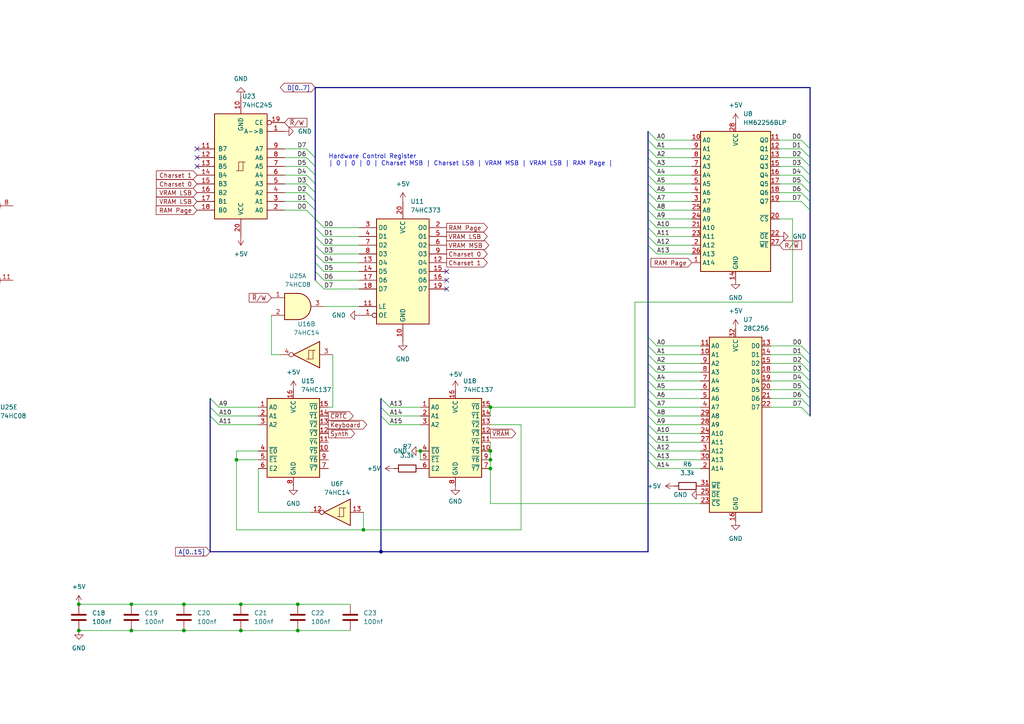
<source format=kicad_sch>
(kicad_sch (version 20231120) (generator "eeschema") (generator_version "8.0")
  (paper "A4")
  (title_block (title "ʕ·ᴥ·ʔ-memory"))
  (lib_symbols
    (symbol "74xx:74HC08"
      (property "Reference" "U" (at 0 1.27 0))
      (property "Value" "74HC08" (at 0 0 0))
      (symbol "74HC08_1_1"
        (polyline (pts (xy 1.27 3.81) (xy -2.54 3.81) (xy -2.54 -3.81) (xy 1.27 -3.81)) (stroke (width 0.254)) (fill (type background)))
        (arc (start 1.27 -3.81) (mid 5.0634 0) (end 1.27 3.81) (stroke (width 0.254)) (fill (type background)))
        (pin input line (at -6.35 2.54 0) (length 3.81) (name "~") (number "1"))
        (pin input line (at -6.35 -2.54 0) (length 3.81) (name "~") (number "2"))
        (pin output line (at 8.89 0 180) (length 3.81) (name "~") (number "3"))
      )
      (symbol "74HC08_2_1"
        (polyline (pts (xy 1.27 3.81) (xy -2.54 3.81) (xy -2.54 -3.81) (xy 1.27 -3.81)) (stroke (width 0.254)) (fill (type background)))
        (arc (start 1.27 -3.81) (mid 5.0634 0) (end 1.27 3.81) (stroke (width 0.254)) (fill (type background)))
        (pin input line (at -6.35 -2.54 0) (length 3.81) (name "~") (number "4"))
        (pin input line (at -6.35 2.54 0) (length 3.81) (name "~") (number "5"))
        (pin output line (at 8.89 0 180) (length 3.81) (name "~") (number "6"))
      )
      (symbol "74HC08_3_1"
        (polyline (pts (xy 1.27 3.81) (xy -2.54 3.81) (xy -2.54 -3.81) (xy 1.27 -3.81)) (stroke (width 0.254)) (fill (type background)))
        (arc (start 1.27 -3.81) (mid 5.0634 0) (end 1.27 3.81) (stroke (width 0.254)) (fill (type background)))
        (pin input line (at -6.35 2.54 0) (length 3.81) (name "~") (number "10"))
        (pin output line (at 8.89 0 180) (length 3.81) (name "~") (number "8"))
        (pin input line (at -6.35 -2.54 0) (length 3.81) (name "~") (number "9"))
      )
      (symbol "74HC08_4_1"
        (polyline (pts (xy 1.27 3.81) (xy -2.54 3.81) (xy -2.54 -3.81) (xy 1.27 -3.81)) (stroke (width 0.254)) (fill (type background)))
        (arc (start 1.27 -3.81) (mid 5.0634 0) (end 1.27 3.81) (stroke (width 0.254)) (fill (type background)))
        (pin output line (at 8.89 0 180) (length 3.81) (name "~") (number "11"))
        (pin input line (at -6.35 2.54 0) (length 3.81) (name "~") (number "12"))
        (pin input line (at -6.35 -2.54 0) (length 3.81) (name "~") (number "13"))
      )
      (symbol "74HC08_5_0"
        (pin power_in line (at 0 12.7 270) (length 5.08) (name "VCC") (number "14"))
        (pin power_in line (at 0 -12.7 90) (length 5.08) (name "GND") (number "7"))
      )
      (symbol "74HC08_5_1"
        (rectangle (start -5.08 7.62) (end 5.08 -7.62) (stroke (width 0.254)) (fill (type background)))
      )
    )
    (symbol "74xx:74HC138"
      (property "Reference" "U" (at -7.62 13.97 0))
      (property "Value" "74HC138" (at 2.54 -11.43 0))
      (symbol "74HC138_0_1"
        (rectangle (start -7.62 12.7) (end 7.62 -10.16) (stroke (width 0.254)) (fill (type background)))
      )
      (symbol "74HC138_1_1"
        (pin input line (at -10.16 10.16 0) (length 2.54) (name "A0") (number "1"))
        (pin output line (at 10.16 -2.54 180) (length 2.54) (name "~{Y5}") (number "10"))
        (pin output line (at 10.16 0 180) (length 2.54) (name "~{Y4}") (number "11"))
        (pin output line (at 10.16 2.54 180) (length 2.54) (name "~{Y3}") (number "12"))
        (pin output line (at 10.16 5.08 180) (length 2.54) (name "~{Y2}") (number "13"))
        (pin output line (at 10.16 7.62 180) (length 2.54) (name "~{Y1}") (number "14"))
        (pin output line (at 10.16 10.16 180) (length 2.54) (name "~{Y0}") (number "15"))
        (pin power_in line (at 0 15.24 270) (length 2.54) (name "VCC") (number "16"))
        (pin input line (at -10.16 7.62 0) (length 2.54) (name "A1") (number "2"))
        (pin input line (at -10.16 5.08 0) (length 2.54) (name "A2") (number "3"))
        (pin input line (at -10.16 -2.54 0) (length 2.54) (name "~{E0}") (number "4"))
        (pin input line (at -10.16 -5.08 0) (length 2.54) (name "~{E1}") (number "5"))
        (pin input line (at -10.16 -7.62 0) (length 2.54) (name "E2") (number "6"))
        (pin output line (at 10.16 -7.62 180) (length 2.54) (name "~{Y7}") (number "7"))
        (pin power_in line (at 0 -12.7 90) (length 2.54) (name "GND") (number "8"))
        (pin output line (at 10.16 -5.08 180) (length 2.54) (name "~{Y6}") (number "9"))
      )
    )
    (symbol "74xx:74HC14" (pin_names (offset 1.016))
      (property "Reference" "U" (at 0 1.27 0))
      (property "Value" "74HC14" (at 0 -1.27 0))
      (symbol "74HC14_1_0"
        (polyline (pts (xy -3.81 3.81) (xy -3.81 -3.81) (xy 3.81 0) (xy -3.81 3.81)) (stroke (width 0.254)) (fill (type background)))
        (pin input line (at -7.62 0 0) (length 3.81) (name "~") (number "1"))
        (pin output inverted (at 7.62 0 180) (length 3.81) (name "~") (number "2"))
      )
      (symbol "74HC14_1_1"
        (polyline (pts (xy -1.905 -1.27) (xy -1.905 1.27) (xy -0.635 1.27)))
        (polyline (pts (xy -2.54 -1.27) (xy -0.635 -1.27) (xy -0.635 1.27) (xy 0 1.27)))
      )
      (symbol "74HC14_2_0"
        (polyline (pts (xy -3.81 3.81) (xy -3.81 -3.81) (xy 3.81 0) (xy -3.81 3.81)) (stroke (width 0.254)) (fill (type background)))
        (pin input line (at -7.62 0 0) (length 3.81) (name "~") (number "3"))
        (pin output inverted (at 7.62 0 180) (length 3.81) (name "~") (number "4"))
      )
      (symbol "74HC14_2_1"
        (polyline (pts (xy -1.905 -1.27) (xy -1.905 1.27) (xy -0.635 1.27)))
        (polyline (pts (xy -2.54 -1.27) (xy -0.635 -1.27) (xy -0.635 1.27) (xy 0 1.27)))
      )
      (symbol "74HC14_3_0"
        (polyline (pts (xy -3.81 3.81) (xy -3.81 -3.81) (xy 3.81 0) (xy -3.81 3.81)) (stroke (width 0.254)) (fill (type background)))
        (pin input line (at -7.62 0 0) (length 3.81) (name "~") (number "5"))
        (pin output inverted (at 7.62 0 180) (length 3.81) (name "~") (number "6"))
      )
      (symbol "74HC14_3_1"
        (polyline (pts (xy -1.905 -1.27) (xy -1.905 1.27) (xy -0.635 1.27)))
        (polyline (pts (xy -2.54 -1.27) (xy -0.635 -1.27) (xy -0.635 1.27) (xy 0 1.27)))
      )
      (symbol "74HC14_4_0"
        (polyline (pts (xy -3.81 3.81) (xy -3.81 -3.81) (xy 3.81 0) (xy -3.81 3.81)) (stroke (width 0.254)) (fill (type background)))
        (pin output inverted (at 7.62 0 180) (length 3.81) (name "~") (number "8"))
        (pin input line (at -7.62 0 0) (length 3.81) (name "~") (number "9"))
      )
      (symbol "74HC14_4_1"
        (polyline (pts (xy -1.905 -1.27) (xy -1.905 1.27) (xy -0.635 1.27)))
        (polyline (pts (xy -2.54 -1.27) (xy -0.635 -1.27) (xy -0.635 1.27) (xy 0 1.27)))
      )
      (symbol "74HC14_5_0"
        (polyline (pts (xy -3.81 3.81) (xy -3.81 -3.81) (xy 3.81 0) (xy -3.81 3.81)) (stroke (width 0.254)) (fill (type background)))
        (pin output inverted (at 7.62 0 180) (length 3.81) (name "~") (number "10"))
        (pin input line (at -7.62 0 0) (length 3.81) (name "~") (number "11"))
      )
      (symbol "74HC14_5_1"
        (polyline (pts (xy -1.905 -1.27) (xy -1.905 1.27) (xy -0.635 1.27)))
        (polyline (pts (xy -2.54 -1.27) (xy -0.635 -1.27) (xy -0.635 1.27) (xy 0 1.27)))
      )
      (symbol "74HC14_6_0"
        (polyline (pts (xy -3.81 3.81) (xy -3.81 -3.81) (xy 3.81 0) (xy -3.81 3.81)) (stroke (width 0.254)) (fill (type background)))
        (pin output inverted (at 7.62 0 180) (length 3.81) (name "~") (number "12"))
        (pin input line (at -7.62 0 0) (length 3.81) (name "~") (number "13"))
      )
      (symbol "74HC14_6_1"
        (polyline (pts (xy -1.905 -1.27) (xy -1.905 1.27) (xy -0.635 1.27)))
        (polyline (pts (xy -2.54 -1.27) (xy -0.635 -1.27) (xy -0.635 1.27) (xy 0 1.27)))
      )
      (symbol "74HC14_7_0"
        (pin power_in line (at 0 12.7 270) (length 5.08) (name "VCC") (number "14"))
        (pin power_in line (at 0 -12.7 90) (length 5.08) (name "GND") (number "7"))
      )
      (symbol "74HC14_7_1"
        (rectangle (start -5.08 7.62) (end 5.08 -7.62) (stroke (width 0.254)) (fill (type background)))
      )
    )
    (symbol "74xx:74HC245" (pin_names (offset 1.016))
      (property "Reference" "U" (at -7.62 16.51 0))
      (property "Value" "74HC245" (at -7.62 -16.51 0))
      (symbol "74HC245_1_0"
        (polyline (pts (xy -0.635 -1.27) (xy -0.635 1.27) (xy 0.635 1.27)))
        (polyline (pts (xy -1.27 -1.27) (xy 0.635 -1.27) (xy 0.635 1.27) (xy 1.27 1.27)))
        (pin input line (at -12.7 -10.16 0) (length 5.08) (name "A->B") (number "1"))
        (pin power_in line (at 0 -20.32 90) (length 5.08) (name "GND") (number "10"))
        (pin tri_state line (at 12.7 -5.08 180) (length 5.08) (name "B7") (number "11"))
        (pin tri_state line (at 12.7 -2.54 180) (length 5.08) (name "B6") (number "12"))
        (pin tri_state line (at 12.7 0 180) (length 5.08) (name "B5") (number "13"))
        (pin tri_state line (at 12.7 2.54 180) (length 5.08) (name "B4") (number "14"))
        (pin tri_state line (at 12.7 5.08 180) (length 5.08) (name "B3") (number "15"))
        (pin tri_state line (at 12.7 7.62 180) (length 5.08) (name "B2") (number "16"))
        (pin tri_state line (at 12.7 10.16 180) (length 5.08) (name "B1") (number "17"))
        (pin tri_state line (at 12.7 12.7 180) (length 5.08) (name "B0") (number "18"))
        (pin input inverted (at -12.7 -12.7 0) (length 5.08) (name "CE") (number "19"))
        (pin tri_state line (at -12.7 12.7 0) (length 5.08) (name "A0") (number "2"))
        (pin power_in line (at 0 20.32 270) (length 5.08) (name "VCC") (number "20"))
        (pin tri_state line (at -12.7 10.16 0) (length 5.08) (name "A1") (number "3"))
        (pin tri_state line (at -12.7 7.62 0) (length 5.08) (name "A2") (number "4"))
        (pin tri_state line (at -12.7 5.08 0) (length 5.08) (name "A3") (number "5"))
        (pin tri_state line (at -12.7 2.54 0) (length 5.08) (name "A4") (number "6"))
        (pin tri_state line (at -12.7 0 0) (length 5.08) (name "A5") (number "7"))
        (pin tri_state line (at -12.7 -2.54 0) (length 5.08) (name "A6") (number "8"))
        (pin tri_state line (at -12.7 -5.08 0) (length 5.08) (name "A7") (number "9"))
      )
      (symbol "74HC245_1_1"
        (rectangle (start -7.62 15.24) (end 7.62 -15.24) (stroke (width 0.254)) (fill (type background)))
      )
    )
    (symbol "74xx:74HC373"
      (property "Reference" "U" (at -7.62 16.51 0))
      (property "Value" "74HC373" (at -7.62 -16.51 0))
      (symbol "74HC373_1_0"
        (pin input inverted (at -12.7 -12.7 0) (length 5.08) (name "OE") (number "1"))
        (pin power_in line (at 0 -20.32 90) (length 5.08) (name "GND") (number "10"))
        (pin input line (at -12.7 -10.16 0) (length 5.08) (name "LE") (number "11"))
        (pin tri_state line (at 12.7 2.54 180) (length 5.08) (name "O4") (number "12"))
        (pin input line (at -12.7 2.54 0) (length 5.08) (name "D4") (number "13"))
        (pin input line (at -12.7 0 0) (length 5.08) (name "D5") (number "14"))
        (pin tri_state line (at 12.7 0 180) (length 5.08) (name "O5") (number "15"))
        (pin tri_state line (at 12.7 -2.54 180) (length 5.08) (name "O6") (number "16"))
        (pin input line (at -12.7 -2.54 0) (length 5.08) (name "D6") (number "17"))
        (pin input line (at -12.7 -5.08 0) (length 5.08) (name "D7") (number "18"))
        (pin tri_state line (at 12.7 -5.08 180) (length 5.08) (name "O7") (number "19"))
        (pin tri_state line (at 12.7 12.7 180) (length 5.08) (name "O0") (number "2"))
        (pin power_in line (at 0 20.32 270) (length 5.08) (name "VCC") (number "20"))
        (pin input line (at -12.7 12.7 0) (length 5.08) (name "D0") (number "3"))
        (pin input line (at -12.7 10.16 0) (length 5.08) (name "D1") (number "4"))
        (pin tri_state line (at 12.7 10.16 180) (length 5.08) (name "O1") (number "5"))
        (pin tri_state line (at 12.7 7.62 180) (length 5.08) (name "O2") (number "6"))
        (pin input line (at -12.7 7.62 0) (length 5.08) (name "D2") (number "7"))
        (pin input line (at -12.7 5.08 0) (length 5.08) (name "D3") (number "8"))
        (pin tri_state line (at 12.7 5.08 180) (length 5.08) (name "O3") (number "9"))
      )
      (symbol "74HC373_1_1"
        (rectangle (start -7.62 15.24) (end 7.62 -15.24) (stroke (width 0.254)) (fill (type background)))
      )
    )
    (symbol "Device:C" (pin_numbers hide) (pin_names (offset 0.254))
      (property "Reference" "C" (at 0.635 2.54 0))
      (property "Value" "C" (at 0.635 -2.54 0))
      (symbol "C_0_1"
        (polyline (pts (xy -2.032 -0.762) (xy 2.032 -0.762)) (stroke (width 0.508)))
        (polyline (pts (xy -2.032 0.762) (xy 2.032 0.762)) (stroke (width 0.508)))
      )
      (symbol "C_1_1"
        (pin passive line (at 0 3.81 270) (length 2.794) (name "~") (number "1"))
        (pin passive line (at 0 -3.81 90) (length 2.794) (name "~") (number "2"))
      )
    )
    (symbol "Memory_EEPROM:28C256lcc"
      (property "Reference" "U3" (at 2.1941 30.48 0))
      (property "Value" "28C256" (at 2.1941 27.94 0))
      (symbol "28C256lcc_1_1"
        (rectangle (start -7.62 25.4) (end 7.62 -25.4) (stroke (width 0.254)) (fill (type background)))
        (pin input line (at -10.16 20.32 0) (length 2.54) (name "A1") (number "10"))
        (pin input line (at -10.16 22.86 0) (length 2.54) (name "A0") (number "11"))
        (pin tri_state line (at 10.16 22.86 180) (length 2.54) (name "D0") (number "13"))
        (pin tri_state line (at 10.16 20.32 180) (length 2.54) (name "D1") (number "14"))
        (pin tri_state line (at 10.16 17.78 180) (length 2.54) (name "D2") (number "15"))
        (pin power_in line (at 0 -27.94 90) (length 2.54) (name "GND") (number "16"))
        (pin tri_state line (at 10.16 15.24 180) (length 2.54) (name "D3") (number "18"))
        (pin tri_state line (at 10.16 12.7 180) (length 2.54) (name "D4") (number "19"))
        (pin input line (at -10.16 -12.7 0) (length 2.54) (name "A14") (number "2"))
        (pin tri_state line (at 10.16 10.16 180) (length 2.54) (name "D5") (number "20"))
        (pin tri_state line (at 10.16 7.62 180) (length 2.54) (name "D6") (number "21"))
        (pin tri_state line (at 10.16 5.08 180) (length 2.54) (name "D7") (number "22"))
        (pin input line (at -10.16 -22.86 0) (length 2.54) (name "~{CS}") (number "23"))
        (pin input line (at -10.16 -2.54 0) (length 2.54) (name "A10") (number "24"))
        (pin input line (at -10.16 -20.32 0) (length 2.54) (name "~{OE}") (number "25"))
        (pin input line (at -10.16 -5.08 0) (length 2.54) (name "A11") (number "27"))
        (pin input line (at -10.16 0 0) (length 2.54) (name "A9") (number "28"))
        (pin input line (at -10.16 2.54 0) (length 2.54) (name "A8") (number "29"))
        (pin input line (at -10.16 -7.62 0) (length 2.54) (name "A12") (number "3"))
        (pin input line (at -10.16 -10.16 0) (length 2.54) (name "A13") (number "30"))
        (pin input line (at -10.16 -17.78 0) (length 2.54) (name "~{WE}") (number "31"))
        (pin power_in line (at 0 27.94 270) (length 2.54) (name "VCC") (number "32"))
        (pin input line (at -10.16 5.08 0) (length 2.54) (name "A7") (number "4"))
        (pin input line (at -10.16 7.62 0) (length 2.54) (name "A6") (number "5"))
        (pin input line (at -10.16 10.16 0) (length 2.54) (name "A5") (number "6"))
        (pin input line (at -10.16 12.7 0) (length 2.54) (name "A4") (number "7"))
        (pin input line (at -10.16 15.24 0) (length 2.54) (name "A3") (number "8"))
        (pin input line (at -10.16 17.78 0) (length 2.54) (name "A2") (number "9"))
      )
    )
    (symbol "Memory_RAM:HM62256BLP"
      (property "Reference" "U" (at -10.16 20.955 0))
      (property "Value" "HM62256BLP" (at 2.54 20.955 0))
      (symbol "HM62256BLP_0_0"
        (pin power_in line (at 0 -22.86 90) (length 2.54) (name "GND") (number "14"))
        (pin power_in line (at 0 22.86 270) (length 2.54) (name "VCC") (number "28"))
      )
      (symbol "HM62256BLP_0_1"
        (rectangle (start -10.16 20.32) (end 10.16 -20.32) (stroke (width 0.254)) (fill (type background)))
      )
      (symbol "HM62256BLP_1_1"
        (pin input line (at -12.7 -17.78 0) (length 2.54) (name "A14") (number "1"))
        (pin input line (at -12.7 17.78 0) (length 2.54) (name "A0") (number "10"))
        (pin tri_state line (at 12.7 17.78 180) (length 2.54) (name "Q0") (number "11"))
        (pin tri_state line (at 12.7 15.24 180) (length 2.54) (name "Q1") (number "12"))
        (pin tri_state line (at 12.7 12.7 180) (length 2.54) (name "Q2") (number "13"))
        (pin tri_state line (at 12.7 10.16 180) (length 2.54) (name "Q3") (number "15"))
        (pin tri_state line (at 12.7 7.62 180) (length 2.54) (name "Q4") (number "16"))
        (pin tri_state line (at 12.7 5.08 180) (length 2.54) (name "Q5") (number "17"))
        (pin tri_state line (at 12.7 2.54 180) (length 2.54) (name "Q6") (number "18"))
        (pin tri_state line (at 12.7 0 180) (length 2.54) (name "Q7") (number "19"))
        (pin input line (at -12.7 -12.7 0) (length 2.54) (name "A12") (number "2"))
        (pin input line (at 12.7 -5.08 180) (length 2.54) (name "~{CS}") (number "20"))
        (pin input line (at -12.7 -7.62 0) (length 2.54) (name "A10") (number "21"))
        (pin input line (at 12.7 -10.16 180) (length 2.54) (name "~{OE}") (number "22"))
        (pin input line (at -12.7 -10.16 0) (length 2.54) (name "A11") (number "23"))
        (pin input line (at -12.7 -5.08 0) (length 2.54) (name "A9") (number "24"))
        (pin input line (at -12.7 -2.54 0) (length 2.54) (name "A8") (number "25"))
        (pin input line (at -12.7 -15.24 0) (length 2.54) (name "A13") (number "26"))
        (pin input line (at 12.7 -12.7 180) (length 2.54) (name "~{WE}") (number "27"))
        (pin input line (at -12.7 0 0) (length 2.54) (name "A7") (number "3"))
        (pin input line (at -12.7 2.54 0) (length 2.54) (name "A6") (number "4"))
        (pin input line (at -12.7 5.08 0) (length 2.54) (name "A5") (number "5"))
        (pin input line (at -12.7 7.62 0) (length 2.54) (name "A4") (number "6"))
        (pin input line (at -12.7 10.16 0) (length 2.54) (name "A3") (number "7"))
        (pin input line (at -12.7 12.7 0) (length 2.54) (name "A2") (number "8"))
        (pin input line (at -12.7 15.24 0) (length 2.54) (name "A1") (number "9"))
      )
    )
    (symbol "kitty:R" (pin_numbers hide) (pin_names (offset 0))
      (property "Reference" "R" (at 2.032 0 90))
      (property "Value" "R" (at 0 0 90))
      (symbol "R_0_1"
        (rectangle (start -1.016 -2.54) (end 1.016 2.54) (stroke (width 0.254)))
      )
      (symbol "R_1_1"
        (pin passive line (at 0 3.81 270) (length 1.27) (name "~") (number "1"))
        (pin passive line (at 0 -3.81 90) (length 1.27) (name "~") (number "2"))
      )
    )
    (symbol "power:+5V" (power) (pin_names (offset 0))
      (property "Value" "+5V" (at 0 3.556 0))
      (symbol "+5V_0_1"
        (polyline (pts (xy -0.762 1.27) (xy 0 2.54)))
        (polyline (pts (xy 0 0) (xy 0 2.54)))
        (polyline (pts (xy 0 2.54) (xy 0.762 1.27)))
      )
      (symbol "+5V_1_1"
        (pin power_in line (at 0 0 90) (length 0) hide (name "+5V") (number "1"))
      )
    )
    (symbol "power:GND" (power) (pin_names (offset 0))
      (property "Value" "GND" (at 0 -3.81 0))
      (symbol "GND_0_1"
        (polyline (pts (xy 0 0) (xy 0 -1.27) (xy 1.27 -1.27) (xy 0 -2.54) (xy -1.27 -1.27) (xy 0 -1.27)))
      )
      (symbol "GND_1_1"
        (pin power_in line (at 0 0 270) (length 0) hide (name "GND") (number "1"))
      )
    )
  )
  (junction (at 53.34 175.26))
  (junction (at 68.58 133.35))
  (junction (at 22.86 175.26))
  (junction (at 53.34 182.88))
  (junction (at 38.1 175.26))
  (junction (at 22.86 182.88))
  (junction (at 69.85 175.26))
  (junction (at 86.36 182.88))
  (junction (at 86.36 175.26))
  (junction (at 69.85 182.88))
  (junction (at 142.24 118.11))
  (junction (at 105.41 153.67))
  (junction (at 142.24 130.81))
  (junction (at 110.49 160.02))
  (junction (at 142.24 133.35))
  (junction (at 142.24 135.89))
  (junction (at 121.92 130.81))
  (junction (at 38.1 182.88))
  (no_connect (at 129.54 83.82))
  (no_connect (at 57.15 48.26))
  (no_connect (at 57.15 45.72))
  (no_connect (at 129.54 81.28))
  (no_connect (at 57.15 43.18))
  (no_connect (at 129.54 78.74))
  (bus_entry (at 91.44 73.66) (size 2.54 2.54))
  (bus_entry (at 110.49 115.57) (size 2.54 2.54))
  (bus_entry (at 60.96 120.65) (size 2.54 2.54))
  (bus_entry (at 91.44 71.12) (size 2.54 2.54))
  (bus_entry (at 187.96 71.12) (size 2.54 2.54))
  (bus_entry (at 88.9 53.34) (size 2.54 2.54))
  (bus_entry (at 187.96 63.5) (size 2.54 2.54))
  (bus_entry (at 187.96 50.8) (size 2.54 2.54))
  (bus_entry (at 91.44 66.04) (size 2.54 2.54))
  (bus_entry (at 232.41 105.41) (size 2.54 2.54))
  (bus_entry (at 232.41 113.03) (size 2.54 2.54))
  (bus_entry (at 91.44 81.28) (size 2.54 2.54))
  (bus_entry (at 110.49 120.65) (size 2.54 2.54))
  (bus_entry (at 187.96 66.04) (size 2.54 2.54))
  (bus_entry (at 187.96 55.88) (size 2.54 2.54))
  (bus_entry (at 187.96 45.72) (size 2.54 2.54))
  (bus_entry (at 88.9 43.18) (size 2.54 2.54))
  (bus_entry (at 232.41 110.49) (size 2.54 2.54))
  (bus_entry (at 187.96 48.26) (size 2.54 2.54))
  (bus_entry (at 232.41 102.87) (size 2.54 2.54))
  (bus_entry (at 88.9 50.8) (size 2.54 2.54))
  (bus_entry (at 60.96 118.11) (size 2.54 2.54))
  (bus_entry (at 232.41 50.8) (size 2.54 2.54))
  (bus_entry (at 187.96 120.65) (size 2.54 2.54))
  (bus_entry (at 232.41 107.95) (size 2.54 2.54))
  (bus_entry (at 232.41 48.26) (size 2.54 2.54))
  (bus_entry (at 187.96 115.57) (size 2.54 2.54))
  (bus_entry (at 187.96 107.95) (size 2.54 2.54))
  (bus_entry (at 187.96 110.49) (size 2.54 2.54))
  (bus_entry (at 91.44 76.2) (size 2.54 2.54))
  (bus_entry (at 187.96 123.19) (size 2.54 2.54))
  (bus_entry (at 187.96 113.03) (size 2.54 2.54))
  (bus_entry (at 187.96 130.81) (size 2.54 2.54))
  (bus_entry (at 187.96 40.64) (size 2.54 2.54))
  (bus_entry (at 187.96 60.96) (size 2.54 2.54))
  (bus_entry (at 232.41 100.33) (size 2.54 2.54))
  (bus_entry (at 187.96 97.79) (size 2.54 2.54))
  (bus_entry (at 232.41 53.34) (size 2.54 2.54))
  (bus_entry (at 187.96 100.33) (size 2.54 2.54))
  (bus_entry (at 232.41 40.64) (size 2.54 2.54))
  (bus_entry (at 232.41 58.42) (size 2.54 2.54))
  (bus_entry (at 110.49 118.11) (size 2.54 2.54))
  (bus_entry (at 187.96 102.87) (size 2.54 2.54))
  (bus_entry (at 187.96 58.42) (size 2.54 2.54))
  (bus_entry (at 187.96 118.11) (size 2.54 2.54))
  (bus_entry (at 91.44 68.58) (size 2.54 2.54))
  (bus_entry (at 187.96 128.27) (size 2.54 2.54))
  (bus_entry (at 187.96 125.73) (size 2.54 2.54))
  (bus_entry (at 232.41 55.88) (size 2.54 2.54))
  (bus_entry (at 232.41 43.18) (size 2.54 2.54))
  (bus_entry (at 232.41 115.57) (size 2.54 2.54))
  (bus_entry (at 187.96 43.18) (size 2.54 2.54))
  (bus_entry (at 91.44 78.74) (size 2.54 2.54))
  (bus_entry (at 91.44 63.5) (size 2.54 2.54))
  (bus_entry (at 60.96 115.57) (size 2.54 2.54))
  (bus_entry (at 88.9 58.42) (size 2.54 2.54))
  (bus_entry (at 232.41 118.11) (size 2.54 2.54))
  (bus_entry (at 187.96 105.41) (size 2.54 2.54))
  (bus_entry (at 187.96 38.1) (size 2.54 2.54))
  (bus_entry (at 232.41 45.72) (size 2.54 2.54))
  (bus_entry (at 88.9 48.26) (size 2.54 2.54))
  (bus_entry (at 88.9 55.88) (size 2.54 2.54))
  (bus_entry (at 187.96 53.34) (size 2.54 2.54))
  (bus_entry (at 187.96 133.35) (size 2.54 2.54))
  (bus_entry (at 88.9 45.72) (size 2.54 2.54))
  (bus_entry (at 187.96 68.58) (size 2.54 2.54))
  (bus_entry (at 88.9 60.96) (size 2.54 2.54))
  (wire (pts (xy 223.52 107.95) (xy 232.41 107.95)))
  (wire (pts (xy 82.55 53.34) (xy 88.9 53.34)))
  (wire (pts (xy 63.5 120.65) (xy 74.93 120.65)))
  (wire (pts (xy 190.5 48.26) (xy 200.66 48.26)))
  (bus (pts (xy 187.96 102.87) (xy 187.96 105.41)))
  (wire (pts (xy 229.87 63.5) (xy 226.06 63.5)))
  (bus (pts (xy 187.96 63.5) (xy 187.96 66.04)))
  (bus (pts (xy 187.96 105.41) (xy 187.96 107.95)))
  (bus (pts (xy 91.44 71.12) (xy 91.44 73.66)))
  (bus (pts (xy 187.96 115.57) (xy 187.96 118.11)))
  (wire (pts (xy 226.06 50.8) (xy 232.41 50.8)))
  (wire (pts (xy 22.86 175.26) (xy 38.1 175.26)))
  (bus (pts (xy 187.96 100.33) (xy 187.96 102.87)))
  (wire (pts (xy 105.41 153.67) (xy 151.13 153.67)))
  (bus (pts (xy 187.96 40.64) (xy 187.96 43.18)))
  (wire (pts (xy 82.55 60.96) (xy 88.9 60.96)))
  (bus (pts (xy 187.96 60.96) (xy 187.96 63.5)))
  (wire (pts (xy 223.52 115.57) (xy 232.41 115.57)))
  (wire (pts (xy 223.52 105.41) (xy 232.41 105.41)))
  (wire (pts (xy 86.36 182.88) (xy 101.6 182.88)))
  (bus (pts (xy 91.44 25.4) (xy 91.44 45.72)))
  (bus (pts (xy 234.95 102.87) (xy 234.95 105.41)))
  (bus (pts (xy 187.96 55.88) (xy 187.96 58.42)))
  (bus (pts (xy 91.44 45.72) (xy 91.44 48.26)))
  (wire (pts (xy 22.86 182.88) (xy 38.1 182.88)))
  (bus (pts (xy 187.96 38.1) (xy 187.96 40.64)))
  (wire (pts (xy 121.92 130.81) (xy 121.92 133.35)))
  (bus (pts (xy 187.96 68.58) (xy 187.96 71.12)))
  (bus (pts (xy 187.96 45.72) (xy 187.96 48.26)))
  (bus (pts (xy 234.95 48.26) (xy 234.95 50.8)))
  (wire (pts (xy 142.24 146.05) (xy 203.2 146.05)))
  (wire (pts (xy 82.55 50.8) (xy 88.9 50.8)))
  (bus (pts (xy 234.95 53.34) (xy 234.95 55.88)))
  (wire (pts (xy 82.55 45.72) (xy 88.9 45.72)))
  (wire (pts (xy 190.5 66.04) (xy 200.66 66.04)))
  (wire (pts (xy 190.5 120.65) (xy 203.2 120.65)))
  (bus (pts (xy 91.44 58.42) (xy 91.44 60.96)))
  (wire (pts (xy 226.06 43.18) (xy 232.41 43.18)))
  (bus (pts (xy 187.96 110.49) (xy 187.96 113.03)))
  (wire (pts (xy 190.5 107.95) (xy 203.2 107.95)))
  (wire (pts (xy 226.06 40.64) (xy 232.41 40.64)))
  (wire (pts (xy 190.5 130.81) (xy 203.2 130.81)))
  (wire (pts (xy 68.58 130.81) (xy 68.58 133.35)))
  (wire (pts (xy 190.5 128.27) (xy 203.2 128.27)))
  (wire (pts (xy 82.55 48.26) (xy 88.9 48.26)))
  (wire (pts (xy 190.5 50.8) (xy 200.66 50.8)))
  (wire (pts (xy 190.5 55.88) (xy 200.66 55.88)))
  (bus (pts (xy 110.49 160.02) (xy 187.96 160.02)))
  (bus (pts (xy 234.95 105.41) (xy 234.95 107.95)))
  (wire (pts (xy 96.52 102.87) (xy 96.52 118.11)))
  (bus (pts (xy 187.96 125.73) (xy 187.96 128.27)))
  (wire (pts (xy 190.5 45.72) (xy 200.66 45.72)))
  (wire (pts (xy 190.5 100.33) (xy 203.2 100.33)))
  (bus (pts (xy 91.44 76.2) (xy 91.44 78.74)))
  (wire (pts (xy 151.13 123.19) (xy 151.13 153.67)))
  (wire (pts (xy 113.03 118.11) (xy 121.92 118.11)))
  (wire (pts (xy 63.5 118.11) (xy 74.93 118.11)))
  (wire (pts (xy 69.85 175.26) (xy 86.36 175.26)))
  (bus (pts (xy 110.49 120.65) (xy 110.49 160.02)))
  (wire (pts (xy 93.98 73.66) (xy 104.14 73.66)))
  (wire (pts (xy 93.98 68.58) (xy 104.14 68.58)))
  (wire (pts (xy 190.5 125.73) (xy 203.2 125.73)))
  (wire (pts (xy 190.5 43.18) (xy 200.66 43.18)))
  (wire (pts (xy 190.5 63.5) (xy 200.66 63.5)))
  (wire (pts (xy 63.5 123.19) (xy 74.93 123.19)))
  (bus (pts (xy 234.95 110.49) (xy 234.95 113.03)))
  (wire (pts (xy 82.55 43.18) (xy 88.9 43.18)))
  (wire (pts (xy 68.58 130.81) (xy 74.93 130.81)))
  (bus (pts (xy 234.95 50.8) (xy 234.95 53.34)))
  (bus (pts (xy 234.95 115.57) (xy 234.95 118.11)))
  (bus (pts (xy 187.96 118.11) (xy 187.96 120.65)))
  (bus (pts (xy 60.96 118.11) (xy 60.96 120.65)))
  (wire (pts (xy 190.5 68.58) (xy 200.66 68.58)))
  (bus (pts (xy 234.95 45.72) (xy 234.95 48.26)))
  (bus (pts (xy 187.96 48.26) (xy 187.96 50.8)))
  (wire (pts (xy 93.98 71.12) (xy 104.14 71.12)))
  (wire (pts (xy 190.5 135.89) (xy 203.2 135.89)))
  (bus (pts (xy 187.96 66.04) (xy 187.96 68.58)))
  (wire (pts (xy 93.98 81.28) (xy 104.14 81.28)))
  (wire (pts (xy 142.24 128.27) (xy 142.24 130.81)))
  (bus (pts (xy 234.95 55.88) (xy 234.95 58.42)))
  (bus (pts (xy 187.96 113.03) (xy 187.96 115.57)))
  (wire (pts (xy 190.5 53.34) (xy 200.66 53.34)))
  (wire (pts (xy 93.98 83.82) (xy 104.14 83.82)))
  (wire (pts (xy 113.03 120.65) (xy 121.92 120.65)))
  (wire (pts (xy 223.52 102.87) (xy 232.41 102.87)))
  (bus (pts (xy 187.96 53.34) (xy 187.96 55.88)))
  (bus (pts (xy 234.95 113.03) (xy 234.95 115.57)))
  (wire (pts (xy 78.74 102.87) (xy 81.28 102.87)))
  (wire (pts (xy 53.34 182.88) (xy 69.85 182.88)))
  (wire (pts (xy 74.93 133.35) (xy 68.58 133.35)))
  (wire (pts (xy 190.5 73.66) (xy 200.66 73.66)))
  (bus (pts (xy 187.96 120.65) (xy 187.96 123.19)))
  (wire (pts (xy 82.55 55.88) (xy 88.9 55.88)))
  (bus (pts (xy 91.44 53.34) (xy 91.44 55.88)))
  (wire (pts (xy 223.52 118.11) (xy 232.41 118.11)))
  (wire (pts (xy 190.5 123.19) (xy 203.2 123.19)))
  (wire (pts (xy 95.25 118.11) (xy 96.52 118.11)))
  (bus (pts (xy 234.95 118.11) (xy 234.95 120.65)))
  (wire (pts (xy 78.74 91.44) (xy 78.74 102.87)))
  (bus (pts (xy 91.44 66.04) (xy 91.44 68.58)))
  (wire (pts (xy 142.24 130.81) (xy 142.24 133.35)))
  (wire (pts (xy 190.5 115.57) (xy 203.2 115.57)))
  (bus (pts (xy 110.49 115.57) (xy 110.49 118.11)))
  (wire (pts (xy 226.06 45.72) (xy 232.41 45.72)))
  (bus (pts (xy 110.49 160.02) (xy 60.96 160.02)))
  (wire (pts (xy 142.24 118.11) (xy 184.15 118.11)))
  (wire (pts (xy 113.03 123.19) (xy 121.92 123.19)))
  (wire (pts (xy 86.36 175.26) (xy 101.6 175.26)))
  (bus (pts (xy 187.96 123.19) (xy 187.96 125.73)))
  (bus (pts (xy 234.95 107.95) (xy 234.95 110.49)))
  (wire (pts (xy 190.5 40.64) (xy 200.66 40.64)))
  (bus (pts (xy 91.44 48.26) (xy 91.44 50.8)))
  (wire (pts (xy 142.24 118.11) (xy 142.24 120.65)))
  (bus (pts (xy 91.44 68.58) (xy 91.44 71.12)))
  (wire (pts (xy 190.5 58.42) (xy 200.66 58.42)))
  (wire (pts (xy 190.5 102.87) (xy 203.2 102.87)))
  (wire (pts (xy 226.06 58.42) (xy 232.41 58.42)))
  (bus (pts (xy 187.96 43.18) (xy 187.96 45.72)))
  (wire (pts (xy 226.06 48.26) (xy 232.41 48.26)))
  (wire (pts (xy 190.5 113.03) (xy 203.2 113.03)))
  (bus (pts (xy 91.44 25.4) (xy 234.95 25.4)))
  (bus (pts (xy 91.44 50.8) (xy 91.44 53.34)))
  (wire (pts (xy 223.52 113.03) (xy 232.41 113.03)))
  (bus (pts (xy 91.44 55.88) (xy 91.44 58.42)))
  (wire (pts (xy 105.41 148.59) (xy 105.41 153.67)))
  (wire (pts (xy 69.85 182.88) (xy 86.36 182.88)))
  (wire (pts (xy 142.24 135.89) (xy 142.24 146.05)))
  (wire (pts (xy 184.15 87.63) (xy 229.87 87.63)))
  (wire (pts (xy 190.5 105.41) (xy 203.2 105.41)))
  (wire (pts (xy 38.1 182.88) (xy 53.34 182.88)))
  (bus (pts (xy 91.44 73.66) (xy 91.44 76.2)))
  (bus (pts (xy 187.96 50.8) (xy 187.96 53.34)))
  (wire (pts (xy 226.06 55.88) (xy 232.41 55.88)))
  (bus (pts (xy 234.95 43.18) (xy 234.95 45.72)))
  (wire (pts (xy 82.55 58.42) (xy 88.9 58.42)))
  (wire (pts (xy 190.5 118.11) (xy 203.2 118.11)))
  (bus (pts (xy 187.96 71.12) (xy 187.96 97.79)))
  (wire (pts (xy 190.5 60.96) (xy 200.66 60.96)))
  (bus (pts (xy 187.96 128.27) (xy 187.96 130.81)))
  (wire (pts (xy 93.98 88.9) (xy 104.14 88.9)))
  (wire (pts (xy 142.24 123.19) (xy 151.13 123.19)))
  (bus (pts (xy 234.95 25.4) (xy 234.95 43.18)))
  (wire (pts (xy 223.52 110.49) (xy 232.41 110.49)))
  (wire (pts (xy 68.58 133.35) (xy 68.58 153.67)))
  (wire (pts (xy 226.06 53.34) (xy 232.41 53.34)))
  (wire (pts (xy 190.5 71.12) (xy 200.66 71.12)))
  (wire (pts (xy 93.98 66.04) (xy 104.14 66.04)))
  (wire (pts (xy 68.58 153.67) (xy 105.41 153.67)))
  (bus (pts (xy 91.44 78.74) (xy 91.44 81.28)))
  (wire (pts (xy 74.93 148.59) (xy 90.17 148.59)))
  (bus (pts (xy 187.96 133.35) (xy 187.96 160.02)))
  (bus (pts (xy 60.96 115.57) (xy 60.96 118.11)))
  (wire (pts (xy 53.34 175.26) (xy 69.85 175.26)))
  (bus (pts (xy 187.96 97.79) (xy 187.96 100.33)))
  (wire (pts (xy 184.15 87.63) (xy 184.15 118.11)))
  (wire (pts (xy 190.5 133.35) (xy 203.2 133.35)))
  (wire (pts (xy 190.5 110.49) (xy 203.2 110.49)))
  (wire (pts (xy 229.87 63.5) (xy 229.87 87.63)))
  (bus (pts (xy 187.96 107.95) (xy 187.96 110.49)))
  (bus (pts (xy 234.95 60.96) (xy 234.95 102.87)))
  (wire (pts (xy 93.98 78.74) (xy 104.14 78.74)))
  (bus (pts (xy 187.96 58.42) (xy 187.96 60.96)))
  (bus (pts (xy 91.44 60.96) (xy 91.44 63.5)))
  (bus (pts (xy 91.44 63.5) (xy 91.44 66.04)))
  (wire (pts (xy 223.52 100.33) (xy 232.41 100.33)))
  (wire (pts (xy 74.93 135.89) (xy 74.93 148.59)))
  (wire (pts (xy 93.98 76.2) (xy 104.14 76.2)))
  (wire (pts (xy 38.1 175.26) (xy 53.34 175.26)))
  (bus (pts (xy 110.49 118.11) (xy 110.49 120.65)))
  (bus (pts (xy 60.96 120.65) (xy 60.96 160.02)))
  (wire (pts (xy 142.24 133.35) (xy 142.24 135.89)))
  (bus (pts (xy 187.96 130.81) (xy 187.96 133.35)))
  (bus (pts (xy 234.95 58.42) (xy 234.95 60.96)))
  (text "Hardware Control Register\n| 0 | 0 | 0 | Charset MSB | Charset LSB | VRAM MSB | VRAM LSB | RAM Page |" (at 95.25 48.26 0) (effects (font (size 1.27 1.27)) (justify left bottom)))
  (label "D3" (at 232.41 48.26 180))
  (label "A9" (at 63.5 118.11 0))
  (label "A1" (at 190.5 43.18 0))
  (label "A14" (at 113.03 120.65 0))
  (label "A11" (at 63.5 123.19 0))
  (label "D4" (at 93.98 76.2 0))
  (label "A12" (at 190.5 130.81 0))
  (label "A9" (at 190.5 63.5 0))
  (label "A9" (at 190.5 123.19 0))
  (label "D2" (at 229.87 105.41 0))
  (label "D0" (at 88.9 60.96 180))
  (label "A10" (at 63.5 120.65 0))
  (label "D7" (at 88.9 43.18 180))
  (label "A14" (at 190.5 135.89 0))
  (label "A5" (at 190.5 53.34 0))
  (label "D6" (at 88.9 45.72 180))
  (label "D5" (at 229.87 113.03 0))
  (label "A13" (at 190.5 73.66 0))
  (label "D5" (at 88.9 48.26 180))
  (label "A6" (at 190.5 55.88 0))
  (label "D1" (at 229.87 102.87 0))
  (label "A3" (at 190.5 48.26 0))
  (label "A8" (at 190.5 120.65 0))
  (label "A7" (at 190.5 58.42 0))
  (label "D0" (at 93.98 66.04 0))
  (label "A11" (at 190.5 128.27 0))
  (label "A15" (at 113.03 123.19 0))
  (label "A6" (at 190.5 115.57 0))
  (label "D6" (at 229.87 115.57 0))
  (label "D7" (at 229.87 118.11 0))
  (label "A2" (at 190.5 45.72 0))
  (label "D4" (at 229.87 110.49 0))
  (label "D6" (at 93.98 81.28 0))
  (label "A12" (at 190.5 71.12 0))
  (label "D6" (at 232.41 55.88 180))
  (label "A13" (at 113.03 118.11 0))
  (label "A2" (at 190.5 105.41 0))
  (label "A7" (at 190.5 118.11 0))
  (label "A3" (at 190.5 107.95 0))
  (label "A10" (at 190.5 125.73 0))
  (label "A11" (at 190.5 68.58 0))
  (label "D2" (at 88.9 55.88 180))
  (label "D0" (at 232.41 40.64 180))
  (label "D3" (at 93.98 73.66 0))
  (label "D4" (at 232.41 50.8 180))
  (label "A5" (at 190.5 113.03 0))
  (label "D1" (at 232.41 43.18 180))
  (label "D1" (at 93.98 68.58 0))
  (label "D2" (at 93.98 71.12 0))
  (label "D5" (at 232.41 53.34 180))
  (label "D1" (at 88.9 58.42 180))
  (label "D5" (at 93.98 78.74 0))
  (label "A13" (at 190.5 133.35 0))
  (label "D7" (at 232.41 58.42 180))
  (label "A1" (at 190.5 102.87 0))
  (label "D4" (at 88.9 50.8 180))
  (label "A8" (at 190.5 60.96 0))
  (label "A10" (at 190.5 66.04 0))
  (label "D7" (at 93.98 83.82 0))
  (label "D3" (at 88.9 53.34 180))
  (label "D0" (at 229.87 100.33 0))
  (label "D3" (at 229.87 107.95 0))
  (label "A4" (at 190.5 50.8 0))
  (label "A4" (at 190.5 110.49 0))
  (label "D2" (at 232.41 45.72 180))
  (label "A0" (at 190.5 100.33 0))
  (label "A0" (at 190.5 40.64 0))
  (global_label "~{R}{slash}W" (shape input) (at 78.74 86.36 180) (property "Intersheetrefs" "${INTERSHEET_REFS}" (effects (hide yes))))
  (global_label "~{Synth}" (shape output) (at 95.25 125.73 0) (property "Intersheetrefs" "${INTERSHEET_REFS}" (effects (hide yes))))
  (global_label "VRAM LSB" (shape input) (at 57.15 58.42 180) (property "Intersheetrefs" "${INTERSHEET_REFS}" (effects (hide yes))))
  (global_label "D[0..7]" (shape bidirectional) (at 91.44 25.4 180) (property "Intersheetrefs" "${INTERSHEET_REFS}" (effects (hide yes))))
  (global_label "Charset 0" (shape output) (at 129.54 73.66 0) (property "Intersheetrefs" "${INTERSHEET_REFS}" (effects (hide yes))))
  (global_label "~{CRTC}" (shape output) (at 95.25 120.65 0) (property "Intersheetrefs" "${INTERSHEET_REFS}" (effects (hide yes))))
  (global_label "VRAM LSB" (shape output) (at 129.54 68.58 0) (property "Intersheetrefs" "${INTERSHEET_REFS}" (effects (hide yes))))
  (global_label "RAM Page" (shape output) (at 129.54 66.04 0) (property "Intersheetrefs" "${INTERSHEET_REFS}" (effects (hide yes))))
  (global_label "~{Keyboard}" (shape output) (at 95.25 123.19 0) (property "Intersheetrefs" "${INTERSHEET_REFS}" (effects (hide yes))))
  (global_label "RAM Page" (shape input) (at 200.66 76.2 180) (property "Intersheetrefs" "${INTERSHEET_REFS}" (effects (hide yes))))
  (global_label "RAM Page" (shape input) (at 57.15 60.96 180) (property "Intersheetrefs" "${INTERSHEET_REFS}" (effects (hide yes))))
  (global_label "Charset 0" (shape input) (at 57.15 53.34 180) (property "Intersheetrefs" "${INTERSHEET_REFS}" (effects (hide yes))))
  (global_label "~{R}{slash}W" (shape input) (at 82.55 35.56 0) (property "Intersheetrefs" "${INTERSHEET_REFS}" (effects (hide yes))))
  (global_label "A[0..15]" (shape input) (at 60.96 160.02 180) (property "Intersheetrefs" "${INTERSHEET_REFS}" (effects (hide yes))))
  (global_label "R{slash}~{W}" (shape input) (at 226.06 71.12 0) (property "Intersheetrefs" "${INTERSHEET_REFS}" (effects (hide yes))))
  (global_label "VRAM LSB" (shape input) (at 57.15 55.88 180) (property "Intersheetrefs" "${INTERSHEET_REFS}" (effects (hide yes))))
  (global_label "Charset 1" (shape output) (at 129.54 76.2 0) (property "Intersheetrefs" "${INTERSHEET_REFS}" (effects (hide yes))))
  (global_label "Charset 1" (shape input) (at 57.15 50.8 180) (property "Intersheetrefs" "${INTERSHEET_REFS}" (effects (hide yes))))
  (global_label "VRAM MSB" (shape output) (at 129.54 71.12 0) (property "Intersheetrefs" "${INTERSHEET_REFS}" (effects (hide yes))))
  (global_label "~{VRAM}" (shape output) (at 142.24 125.73 0) (property "Intersheetrefs" "${INTERSHEET_REFS}" (effects (hide yes))))
  (symbol (lib_id "74xx:74HC138") (at 132.08 128.27 0) (unit 1)
    (property "Reference" "U18" (at 134.2741 110.49 0) (effects (justify left)))
    (property "Value" "74HC137" (at 134.2741 113.03 0) (effects (justify left)))
    (property "Footprint" "Package_DIP:DIP-16_W7.62mm_Socket" (effects (hide yes)))
    (property "Datasheet" "http://www.ti.com/lit/ds/symlink/cd74hc238.pdf" (effects (hide yes)))
  )
  (symbol (lib_id "power:GND") (at -7.62 132.08 0) (unit 1)
    (property "Reference" "#PWR057" (effects (hide yes)))
    (property "Value" "GND" (at -7.62 136.525 0))
  )
  (symbol (lib_id "power:+5V") (at 213.36 95.25 0) (unit 1)
    (property "Reference" "#PWR019" (effects (hide yes)))
    (property "Value" "+5V" (at 213.36 90.17 0))
  )
  (symbol (lib_id "74xx:74HC14") (at 88.9 102.87 180) (unit 2)
    (property "Reference" "U16" (at 88.9 93.98 0))
    (property "Value" "74HC14" (at 88.9 96.52 0))
    (property "Footprint" "Package_DIP:DIP-14_W7.62mm_Socket" (effects (hide yes)))
    (property "Datasheet" "http://www.ti.com/lit/gpn/sn74HC14" (effects (hide yes)))
  )
  (symbol (lib_id "74xx:74HC08") (at -5.08 59.69 0) (unit 3)
    (property "Reference" "U25" (at -3.8183 50.8 0))
    (property "Value" "74HC08" (at -3.8183 53.34 0))
    (property "Footprint" "Package_DIP:DIP-14_W10.16mm" (effects (hide yes)))
    (property "Datasheet" "https://www.ti.com/lit/ds/symlink/sn74hc08.pdf" (effects (hide yes)))
  )
  (symbol (lib_id "74xx:74HC08") (at -5.08 81.28 0) (unit 4)
    (property "Reference" "U25" (at -3.8183 72.39 0))
    (property "Value" "74HC08" (at -3.8183 74.93 0))
    (property "Footprint" "Package_DIP:DIP-14_W10.16mm" (effects (hide yes)))
    (property "Datasheet" "https://www.ti.com/lit/ds/symlink/sn74hc08.pdf" (effects (hide yes)))
  )
  (symbol (lib_id "power:+5V") (at 213.36 35.56 0) (unit 1)
    (property "Reference" "#PWR031" (effects (hide yes)))
    (property "Value" "+5V" (at 213.36 30.48 0))
  )
  (symbol (lib_id "Device:C") (at 101.6 179.07 0) (unit 1)
    (property "Reference" "C23" (at 105.41 177.8 0) (effects (justify left)))
    (property "Value" "100nf" (at 105.41 180.34 0) (effects (justify left)))
    (property "Footprint" "Capacitor_THT:C_Disc_D3.0mm_W2.0mm_P2.50mm" (effects (hide yes)))
  )
  (symbol (lib_id "74xx:74HC14") (at 97.79 148.59 180) (unit 6)
    (property "Reference" "U6" (at 97.79 140.335 0))
    (property "Value" "74HC14" (at 97.79 142.875 0))
    (property "Footprint" "Package_DIP:DIP-14_W7.62mm_Socket" (effects (hide yes)))
    (property "Datasheet" "http://www.ti.com/lit/gpn/sn74HC14" (effects (hide yes)))
  )
  (symbol (lib_id "power:+5V") (at -7.62 106.68 0) (unit 1)
    (property "Reference" "#PWR056" (effects (hide yes)))
    (property "Value" "+5V" (at -7.62 102.235 0))
  )
  (symbol (lib_id "power:GND") (at 104.14 91.44 270) (unit 1)
    (property "Reference" "#PWR041" (effects (hide yes)))
    (property "Value" "GND" (at 100.33 91.44 90) (effects (justify right)))
  )
  (symbol (lib_id "power:GND") (at 213.36 81.28 0) (unit 1)
    (property "Reference" "#PWR011" (effects (hide yes)))
    (property "Value" "GND" (at 213.36 86.36 0))
  )
  (symbol (lib_id "kitty:R") (at 118.11 135.89 90) (unit 1)
    (property "Reference" "R7" (at 118.11 129.54 90))
    (property "Value" "3.3k" (at 118.11 132.08 90))
    (property "Footprint" "Resistor_THT:R_Axial_DIN0207_L6.3mm_D2.5mm_P7.62mm_Horizontal" (effects (hide yes)))
  )
  (symbol (lib_id "power:GND") (at 116.84 99.06 0) (unit 1)
    (property "Reference" "#PWR017" (effects (hide yes)))
    (property "Value" "GND" (at 116.84 104.14 0))
  )
  (symbol (lib_id "power:GND") (at 226.06 68.58 90) (unit 1)
    (property "Reference" "#PWR032" (effects (hide yes)))
    (property "Value" "GND" (at 229.87 68.58 90) (effects (justify right)))
  )
  (symbol (lib_id "Device:C") (at 53.34 179.07 0) (unit 1)
    (property "Reference" "C20" (at 57.15 177.8 0) (effects (justify left)))
    (property "Value" "100nf" (at 57.15 180.34 0) (effects (justify left)))
    (property "Footprint" "Capacitor_THT:C_Disc_D3.0mm_W2.0mm_P2.50mm" (effects (hide yes)))
  )
  (symbol (lib_id "power:+5V") (at 195.58 140.97 90) (unit 1)
    (property "Reference" "#PWR027" (effects (hide yes)))
    (property "Value" "+5V" (at 191.77 140.97 90) (effects (justify left)))
  )
  (symbol (lib_id "power:GND") (at 82.55 38.1 90) (unit 1)
    (property "Reference" "#PWR052" (effects (hide yes)))
    (property "Value" "GND" (at 86.36 38.1 90) (effects (justify right)))
  )
  (symbol (lib_id "Device:C") (at 38.1 179.07 0) (unit 1)
    (property "Reference" "C19" (at 41.91 177.8 0) (effects (justify left)))
    (property "Value" "100nf" (at 41.91 180.34 0) (effects (justify left)))
    (property "Footprint" "Capacitor_THT:C_Disc_D3.0mm_W2.0mm_P2.50mm" (effects (hide yes)))
  )
  (symbol (lib_id "74xx:74HC245") (at 69.85 48.26 180) (unit 1)
    (property "Reference" "U23" (at 70.1959 27.94 0) (effects (justify right)))
    (property "Value" "74HC245" (at 70.1959 30.48 0) (effects (justify right)))
    (property "Footprint" "Package_DIP:DIP-20_W7.62mm_Socket" (effects (hide yes)))
    (property "Datasheet" "http://www.ti.com/lit/gpn/sn74HC245" (effects (hide yes)))
  )
  (symbol (lib_id "power:+5V") (at 132.08 113.03 0) (unit 1)
    (property "Reference" "#PWR034" (effects (hide yes)))
    (property "Value" "+5V" (at 132.08 108.585 0))
  )
  (symbol (lib_id "Device:C") (at 22.86 179.07 0) (unit 1)
    (property "Reference" "C18" (at 26.67 177.8 0) (effects (justify left)))
    (property "Value" "100nf" (at 26.67 180.34 0) (effects (justify left)))
    (property "Footprint" "Capacitor_THT:C_Disc_D3.0mm_W2.0mm_P2.50mm" (effects (hide yes)))
  )
  (symbol (lib_id "power:GND") (at 203.2 143.51 270) (unit 1)
    (property "Reference" "#PWR033" (effects (hide yes)))
    (property "Value" "GND" (at 199.39 143.51 90) (effects (justify right)))
  )
  (symbol (lib_id "Memory_RAM:HM62256BLP") (at 213.36 58.42 0) (unit 1)
    (property "Reference" "U8" (at 215.5541 33.02 0) (effects (justify left)))
    (property "Value" "HM62256BLP" (at 215.5541 35.56 0) (effects (justify left)))
    (property "Footprint" "Package_DIP:DIP-28_W15.24mm" (effects (hide yes)))
    (property "Datasheet" "https://web.mit.edu/6.115/www/document/62256.pdf" (effects (hide yes)))
  )
  (symbol (lib_id "Device:C") (at 86.36 179.07 0) (unit 1)
    (property "Reference" "C22" (at 90.17 177.8 0) (effects (justify left)))
    (property "Value" "100nf" (at 90.17 180.34 0) (effects (justify left)))
    (property "Footprint" "Capacitor_THT:C_Disc_D3.0mm_W2.0mm_P2.50mm" (effects (hide yes)))
  )
  (symbol (lib_id "74xx:74HC08") (at -7.62 119.38 0) (unit 5)
    (property "Reference" "U25" (at 0 118.11 0) (effects (justify left)))
    (property "Value" "74HC08" (at 0 120.65 0) (effects (justify left)))
    (property "Footprint" "Package_DIP:DIP-14_W10.16mm" (effects (hide yes)))
    (property "Datasheet" "https://www.ti.com/lit/ds/symlink/sn74hc08.pdf" (effects (hide yes)))
  )
  (symbol (lib_id "kitty:R") (at 199.39 140.97 90) (unit 1)
    (property "Reference" "R6" (at 199.39 134.62 90))
    (property "Value" "3.3k" (at 199.39 137.16 90))
    (property "Footprint" "Resistor_THT:R_Axial_DIN0207_L6.3mm_D2.5mm_P7.62mm_Horizontal" (effects (hide yes)))
  )
  (symbol (lib_id "Device:C") (at 69.85 179.07 0) (unit 1)
    (property "Reference" "C21" (at 73.66 177.8 0) (effects (justify left)))
    (property "Value" "100nf" (at 73.66 180.34 0) (effects (justify left)))
    (property "Footprint" "Capacitor_THT:C_Disc_D3.0mm_W2.0mm_P2.50mm" (effects (hide yes)))
  )
  (symbol (lib_id "power:+5V") (at 85.09 113.03 0) (unit 1)
    (property "Reference" "#PWR030" (effects (hide yes)))
    (property "Value" "+5V" (at 85.09 107.95 0))
  )
  (symbol (lib_id "power:+5V") (at 114.3 135.89 90) (unit 1)
    (property "Reference" "#PWR076" (effects (hide yes)))
    (property "Value" "+5V" (at 110.49 135.89 90) (effects (justify left)))
  )
  (symbol (lib_id "74xx:74HC138") (at 85.09 128.27 0) (unit 1)
    (property "Reference" "U15" (at 87.2841 110.49 0) (effects (justify left)))
    (property "Value" "74HC137" (at 87.2841 113.03 0) (effects (justify left)))
    (property "Footprint" "Package_DIP:DIP-16_W7.62mm_Socket" (effects (hide yes)))
    (property "Datasheet" "http://www.ti.com/lit/ds/symlink/cd74hc238.pdf" (effects (hide yes)))
  )
  (symbol (lib_id "power:GND") (at 213.36 151.13 0) (unit 1)
    (property "Reference" "#PWR028" (effects (hide yes)))
    (property "Value" "GND" (at 213.36 156.21 0))
  )
  (symbol (lib_id "power:GND") (at 121.92 130.81 270) (unit 1)
    (property "Reference" "#PWR074" (effects (hide yes)))
    (property "Value" "GND" (at 118.11 130.81 90) (effects (justify right)))
  )
  (symbol (lib_id "Memory_EEPROM:28C256lcc") (at 213.36 123.19 0) (unit 1)
    (property "Reference" "U7" (at 215.5541 92.71 0) (effects (justify left)))
    (property "Value" "28C256" (at 215.5541 95.25 0) (effects (justify left)))
    (property "Footprint" "Package_LCC:PLCC-32_THT-Socket" (effects (hide yes)))
    (property "Datasheet" "http://ww1.microchip.com/downloads/en/DeviceDoc/doc0006.pdf" (effects (hide yes)))
  )
  (symbol (lib_id "power:GND") (at 132.08 140.97 0) (unit 1)
    (property "Reference" "#PWR020" (effects (hide yes)))
    (property "Value" "GND" (at 132.08 145.415 0))
  )
  (symbol (lib_id "74xx:74HC08") (at 85.09 88.9 0) (unit 1)
    (property "Reference" "U25" (at 86.3517 80.01 0))
    (property "Value" "74HC08" (at 86.3517 82.55 0))
    (property "Footprint" "Package_DIP:DIP-14_W10.16mm" (effects (hide yes)))
    (property "Datasheet" "https://www.ti.com/lit/ds/symlink/sn74hc08.pdf" (effects (hide yes)))
  )
  (symbol (lib_id "power:GND") (at 85.09 140.97 0) (unit 1)
    (property "Reference" "#PWR029" (effects (hide yes)))
    (property "Value" "GND" (at 85.09 146.05 0))
  )
  (symbol (lib_id "power:GND") (at 69.85 27.94 180) (unit 1)
    (property "Reference" "#PWR053" (effects (hide yes)))
    (property "Value" "GND" (at 69.85 22.86 0))
  )
  (symbol (lib_id "power:+5V") (at 22.86 175.26 0) (unit 1)
    (property "Reference" "#PWR099" (effects (hide yes)))
    (property "Value" "+5V" (at 22.86 170.18 0))
  )
  (symbol (lib_id "power:GND") (at 22.86 182.88 0) (unit 1)
    (property "Reference" "#PWR0100" (effects (hide yes)))
    (property "Value" "GND" (at 22.86 187.96 0))
  )
  (symbol (lib_id "power:+5V") (at 116.84 58.42 0) (unit 1)
    (property "Reference" "#PWR018" (effects (hide yes)))
    (property "Value" "+5V" (at 116.84 53.34 0))
  )
  (symbol (lib_id "74xx:74HC373") (at 116.84 78.74 0) (unit 1)
    (property "Reference" "U11" (at 119.0341 58.42 0) (effects (justify left)))
    (property "Value" "74HC373" (at 119.0341 60.96 0) (effects (justify left)))
    (property "Footprint" "Package_DIP:DIP-20_W7.62mm_Socket" (effects (hide yes)))
    (property "Datasheet" "https://www.ti.com/lit/ds/symlink/cd54hc373.pdf" (effects (hide yes)))
  )
  (symbol (lib_id "power:+5V") (at 69.85 68.58 180) (unit 1)
    (property "Reference" "#PWR054" (effects (hide yes)))
    (property "Value" "+5V" (at 69.85 73.66 0))
  )
)
</source>
